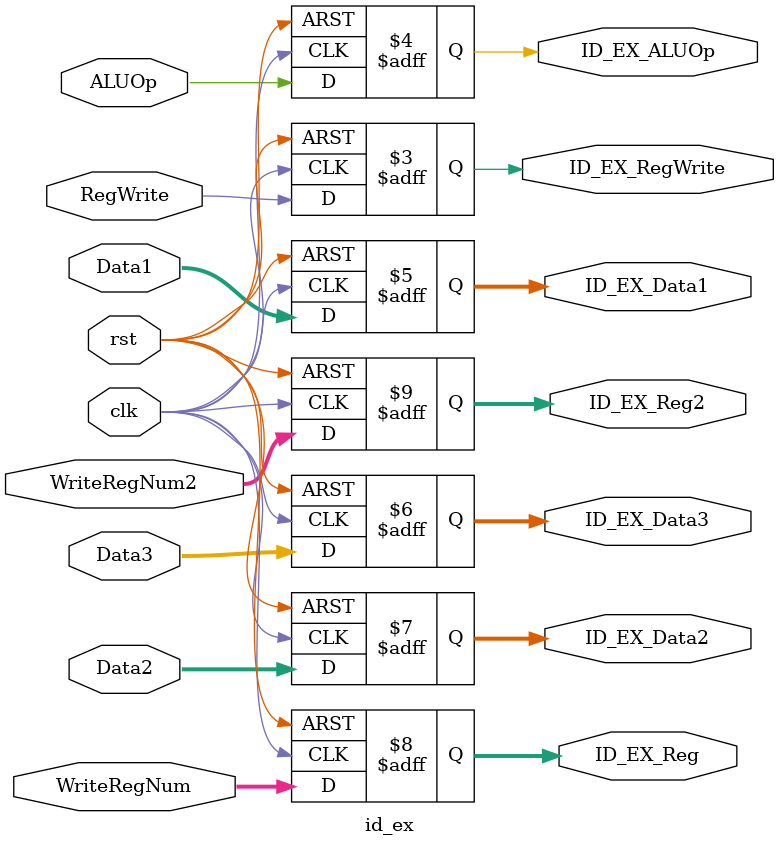
<source format=v>
`timescale 1ns / 1ps

module id_ex(
    input clk,
    input rst,
    input RegWrite,
    input ALUOp,
    input [7:0] Data1,
	 input [7:0] Data3,
    input [7:0] Data2,
    input [2:0] WriteRegNum,
    input [2:0] WriteRegNum2,
    output reg ID_EX_RegWrite,
    output reg ID_EX_ALUOp,
    output reg [7:0] ID_EX_Data1,
	 output reg [7:0] ID_EX_Data3,
    output reg [7:0] ID_EX_Data2,
    output reg [2:0] ID_EX_Reg,
	 output reg [2:0] ID_EX_Reg2
    );
    
    always @(posedge clk, negedge rst) 
	 begin
        if (rst == 0) begin
            ID_EX_RegWrite <= 0;
            ID_EX_ALUOp <= 0;
            ID_EX_Data1 <= 0;
				ID_EX_Data3 <= 0;
            ID_EX_Data2 <= 0;
            ID_EX_Reg <= 0;
				ID_EX_Reg2 <= 0;
        end
        else begin
            ID_EX_RegWrite <= RegWrite;
            ID_EX_ALUOp <= ALUOp;
            ID_EX_Data1 <= Data1;
				ID_EX_Data3 <= Data3;
            ID_EX_Data2 <= Data2;
            ID_EX_Reg <= WriteRegNum;
				ID_EX_Reg2 <= WriteRegNum2;
        end
    end
	 
endmodule

</source>
